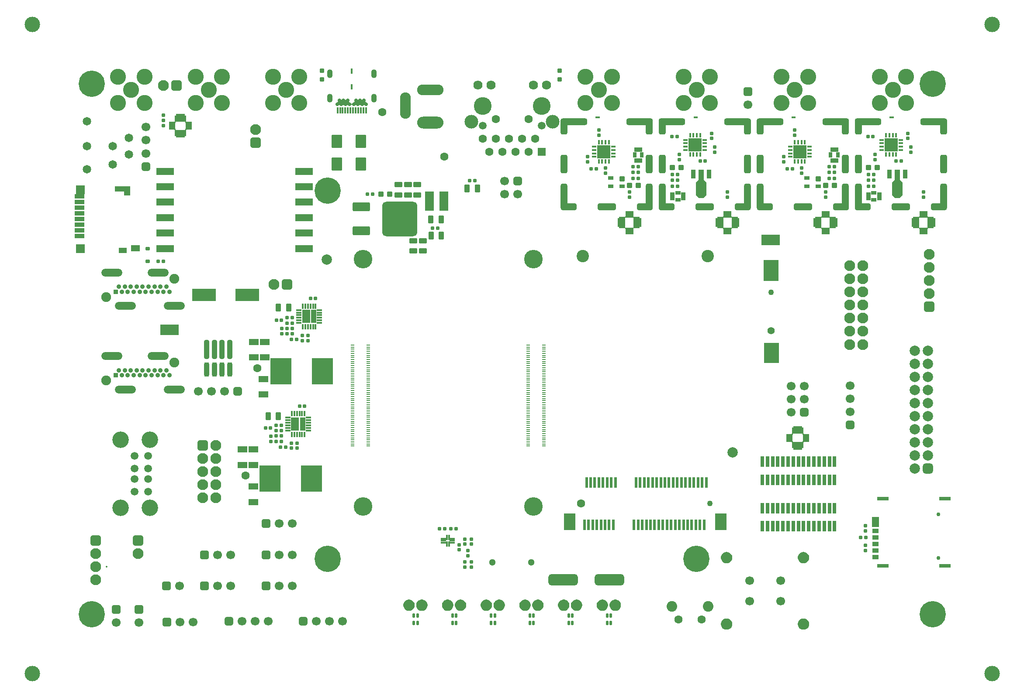
<source format=gts>
G04*
G04 #@! TF.GenerationSoftware,Altium Limited,Altium Designer,19.1.6 (110)*
G04*
G04 Layer_Color=8388736*
%FSLAX44Y44*%
%MOMM*%
G71*
G01*
G75*
%ADD38R,0.6000X2.0000*%
%ADD39R,2.3000X3.2000*%
%ADD43C,1.6000*%
%ADD102C,3.0000*%
%ADD103R,2.9000X4.1000*%
%ADD104R,2.9000X3.9000*%
%ADD105R,0.7000X0.2000*%
%ADD106R,1.7019X1.2013*%
%ADD107R,1.2000X1.7000*%
%ADD108R,1.6006X1.0004*%
%ADD109R,1.7011X1.0006*%
%ADD110R,1.7018X1.7018*%
%ADD111R,1.7009X1.7009*%
%ADD112R,1.9526X0.9011*%
%ADD113R,1.9518X0.9007*%
%ADD114R,1.9504X0.9002*%
%ADD115R,1.9525X0.9010*%
%ADD116R,1.9522X0.9009*%
%ADD117R,1.9516X0.9006*%
%ADD118R,1.9530X0.9012*%
%ADD119R,1.9504X0.9002*%
%ADD120R,2.2000X0.8000*%
%ADD121R,1.3400X1.0000*%
%ADD122R,1.2400X0.9000*%
G04:AMPARAMS|DCode=123|XSize=0.8mm|YSize=0.5mm|CornerRadius=0.1mm|HoleSize=0mm|Usage=FLASHONLY|Rotation=90.000|XOffset=0mm|YOffset=0mm|HoleType=Round|Shape=RoundedRectangle|*
%AMROUNDEDRECTD123*
21,1,0.8000,0.3000,0,0,90.0*
21,1,0.6000,0.5000,0,0,90.0*
1,1,0.2000,0.1500,0.3000*
1,1,0.2000,0.1500,-0.3000*
1,1,0.2000,-0.1500,-0.3000*
1,1,0.2000,-0.1500,0.3000*
%
%ADD123ROUNDEDRECTD123*%
%ADD124C,1.7000*%
G04:AMPARAMS|DCode=125|XSize=0.95mm|YSize=3.65mm|CornerRadius=0.2625mm|HoleSize=0mm|Usage=FLASHONLY|Rotation=0.000|XOffset=0mm|YOffset=0mm|HoleType=Round|Shape=RoundedRectangle|*
%AMROUNDEDRECTD125*
21,1,0.9500,3.1250,0,0,0.0*
21,1,0.4250,3.6500,0,0,0.0*
1,1,0.5250,0.2125,-1.5625*
1,1,0.5250,-0.2125,-1.5625*
1,1,0.5250,-0.2125,1.5625*
1,1,0.5250,0.2125,1.5625*
%
%ADD125ROUNDEDRECTD125*%
G04:AMPARAMS|DCode=126|XSize=0.95mm|YSize=2.75mm|CornerRadius=0.2625mm|HoleSize=0mm|Usage=FLASHONLY|Rotation=0.000|XOffset=0mm|YOffset=0mm|HoleType=Round|Shape=RoundedRectangle|*
%AMROUNDEDRECTD126*
21,1,0.9500,2.2250,0,0,0.0*
21,1,0.4250,2.7500,0,0,0.0*
1,1,0.5250,0.2125,-1.1125*
1,1,0.5250,-0.2125,-1.1125*
1,1,0.5250,-0.2125,1.1125*
1,1,0.5250,0.2125,1.1125*
%
%ADD126ROUNDEDRECTD126*%
%ADD127R,0.7000X2.1000*%
%ADD128R,1.7000X3.8000*%
%ADD129R,1.6000X0.8500*%
%ADD130R,0.7000X1.0000*%
%ADD131R,0.4200X1.1100*%
%ADD132R,0.4200X1.0100*%
%ADD133R,1.0100X0.4200*%
%ADD134R,0.3000X1.1000*%
%ADD135R,0.4000X1.3000*%
G04:AMPARAMS|DCode=136|XSize=1.1mm|YSize=1mm|CornerRadius=0.1625mm|HoleSize=0mm|Usage=FLASHONLY|Rotation=270.000|XOffset=0mm|YOffset=0mm|HoleType=Round|Shape=RoundedRectangle|*
%AMROUNDEDRECTD136*
21,1,1.1000,0.6750,0,0,270.0*
21,1,0.7750,1.0000,0,0,270.0*
1,1,0.3250,-0.3375,-0.3875*
1,1,0.3250,-0.3375,0.3875*
1,1,0.3250,0.3375,0.3875*
1,1,0.3250,0.3375,-0.3875*
%
%ADD136ROUNDEDRECTD136*%
G04:AMPARAMS|DCode=137|XSize=5.7mm|YSize=2.2mm|CornerRadius=0.575mm|HoleSize=0mm|Usage=FLASHONLY|Rotation=0.000|XOffset=0mm|YOffset=0mm|HoleType=Round|Shape=RoundedRectangle|*
%AMROUNDEDRECTD137*
21,1,5.7000,1.0500,0,0,0.0*
21,1,4.5500,2.2000,0,0,0.0*
1,1,1.1500,2.2750,-0.5250*
1,1,1.1500,-2.2750,-0.5250*
1,1,1.1500,-2.2750,0.5250*
1,1,1.1500,2.2750,0.5250*
%
%ADD137ROUNDEDRECTD137*%
G04:AMPARAMS|DCode=138|XSize=1.9mm|YSize=1.25mm|CornerRadius=0.1938mm|HoleSize=0mm|Usage=FLASHONLY|Rotation=180.000|XOffset=0mm|YOffset=0mm|HoleType=Round|Shape=RoundedRectangle|*
%AMROUNDEDRECTD138*
21,1,1.9000,0.8625,0,0,180.0*
21,1,1.5125,1.2500,0,0,180.0*
1,1,0.3875,-0.7563,0.4313*
1,1,0.3875,0.7563,0.4313*
1,1,0.3875,0.7563,-0.4313*
1,1,0.3875,-0.7563,-0.4313*
%
%ADD138ROUNDEDRECTD138*%
G04:AMPARAMS|DCode=139|XSize=3.4mm|YSize=1.7mm|CornerRadius=0.25mm|HoleSize=0mm|Usage=FLASHONLY|Rotation=180.000|XOffset=0mm|YOffset=0mm|HoleType=Round|Shape=RoundedRectangle|*
%AMROUNDEDRECTD139*
21,1,3.4000,1.2000,0,0,180.0*
21,1,2.9000,1.7000,0,0,180.0*
1,1,0.5000,-1.4500,0.6000*
1,1,0.5000,1.4500,0.6000*
1,1,0.5000,1.4500,-0.6000*
1,1,0.5000,-1.4500,-0.6000*
%
%ADD139ROUNDEDRECTD139*%
G04:AMPARAMS|DCode=140|XSize=6.8mm|YSize=6.8mm|CornerRadius=0.8875mm|HoleSize=0mm|Usage=FLASHONLY|Rotation=180.000|XOffset=0mm|YOffset=0mm|HoleType=Round|Shape=RoundedRectangle|*
%AMROUNDEDRECTD140*
21,1,6.8000,5.0250,0,0,180.0*
21,1,5.0250,6.8000,0,0,180.0*
1,1,1.7750,-2.5125,2.5125*
1,1,1.7750,2.5125,2.5125*
1,1,1.7750,2.5125,-2.5125*
1,1,1.7750,-2.5125,-2.5125*
%
%ADD140ROUNDEDRECTD140*%
%ADD141R,0.4100X0.4000*%
%ADD142R,1.0000X2.6500*%
%ADD143R,1.5000X2.6500*%
G04:AMPARAMS|DCode=144|XSize=0.35mm|YSize=1.1mm|CornerRadius=0.1125mm|HoleSize=0mm|Usage=FLASHONLY|Rotation=90.000|XOffset=0mm|YOffset=0mm|HoleType=Round|Shape=RoundedRectangle|*
%AMROUNDEDRECTD144*
21,1,0.3500,0.8750,0,0,90.0*
21,1,0.1250,1.1000,0,0,90.0*
1,1,0.2250,0.4375,0.0625*
1,1,0.2250,0.4375,-0.0625*
1,1,0.2250,-0.4375,-0.0625*
1,1,0.2250,-0.4375,0.0625*
%
%ADD144ROUNDEDRECTD144*%
G04:AMPARAMS|DCode=145|XSize=0.35mm|YSize=1.1mm|CornerRadius=0.1125mm|HoleSize=0mm|Usage=FLASHONLY|Rotation=180.000|XOffset=0mm|YOffset=0mm|HoleType=Round|Shape=RoundedRectangle|*
%AMROUNDEDRECTD145*
21,1,0.3500,0.8750,0,0,180.0*
21,1,0.1250,1.1000,0,0,180.0*
1,1,0.2250,-0.0625,0.4375*
1,1,0.2250,0.0625,0.4375*
1,1,0.2250,0.0625,-0.4375*
1,1,0.2250,-0.0625,-0.4375*
%
%ADD145ROUNDEDRECTD145*%
%ADD146R,0.4300X0.9500*%
%ADD147R,0.9500X0.4300*%
%ADD148R,2.5000X2.5000*%
G04:AMPARAMS|DCode=149|XSize=2.1mm|YSize=3.5mm|CornerRadius=0mm|HoleSize=0mm|Usage=FLASHONLY|Rotation=0.000|XOffset=0mm|YOffset=0mm|HoleType=Round|Shape=Octagon|*
%AMOCTAGOND149*
4,1,8,-0.5250,1.7500,0.5250,1.7500,1.0500,1.2250,1.0500,-1.2250,0.5250,-1.7500,-0.5250,-1.7500,-1.0500,-1.2250,-1.0500,1.2250,-0.5250,1.7500,0.0*
%
%ADD149OCTAGOND149*%

%ADD150R,0.8112X1.7000*%
%ADD151R,1.0144X2.1000*%
G04:AMPARAMS|DCode=152|XSize=1.05mm|YSize=0.75mm|CornerRadius=0.2125mm|HoleSize=0mm|Usage=FLASHONLY|Rotation=180.000|XOffset=0mm|YOffset=0mm|HoleType=Round|Shape=RoundedRectangle|*
%AMROUNDEDRECTD152*
21,1,1.0500,0.3250,0,0,180.0*
21,1,0.6250,0.7500,0,0,180.0*
1,1,0.4250,-0.3125,0.1625*
1,1,0.4250,0.3125,0.1625*
1,1,0.4250,0.3125,-0.1625*
1,1,0.4250,-0.3125,-0.1625*
%
%ADD152ROUNDEDRECTD152*%
G04:AMPARAMS|DCode=153|XSize=1.05mm|YSize=1.1mm|CornerRadius=0.2875mm|HoleSize=0mm|Usage=FLASHONLY|Rotation=180.000|XOffset=0mm|YOffset=0mm|HoleType=Round|Shape=RoundedRectangle|*
%AMROUNDEDRECTD153*
21,1,1.0500,0.5250,0,0,180.0*
21,1,0.4750,1.1000,0,0,180.0*
1,1,0.5750,-0.2375,0.2625*
1,1,0.5750,0.2375,0.2625*
1,1,0.5750,0.2375,-0.2625*
1,1,0.5750,-0.2375,-0.2625*
%
%ADD153ROUNDEDRECTD153*%
%ADD154R,1.1000X1.6500*%
%ADD155R,1.7000X1.3000*%
%ADD156R,1.3000X1.3000*%
%ADD157R,2.2500X1.3000*%
%ADD158R,4.1000X5.1000*%
G04:AMPARAMS|DCode=159|XSize=0.9mm|YSize=0.9mm|CornerRadius=0.15mm|HoleSize=0mm|Usage=FLASHONLY|Rotation=90.000|XOffset=0mm|YOffset=0mm|HoleType=Round|Shape=RoundedRectangle|*
%AMROUNDEDRECTD159*
21,1,0.9000,0.6000,0,0,90.0*
21,1,0.6000,0.9000,0,0,90.0*
1,1,0.3000,0.3000,0.3000*
1,1,0.3000,0.3000,-0.3000*
1,1,0.3000,-0.3000,-0.3000*
1,1,0.3000,-0.3000,0.3000*
%
%ADD159ROUNDEDRECTD159*%
%ADD160R,3.4000X1.3700*%
%ADD161R,4.6000X2.4500*%
G04:AMPARAMS|DCode=162|XSize=3.1mm|YSize=1.3mm|CornerRadius=0.35mm|HoleSize=0mm|Usage=FLASHONLY|Rotation=90.000|XOffset=0mm|YOffset=0mm|HoleType=Round|Shape=RoundedRectangle|*
%AMROUNDEDRECTD162*
21,1,3.1000,0.6000,0,0,90.0*
21,1,2.4000,1.3000,0,0,90.0*
1,1,0.7000,0.3000,1.2000*
1,1,0.7000,0.3000,-1.2000*
1,1,0.7000,-0.3000,-1.2000*
1,1,0.7000,-0.3000,1.2000*
%
%ADD162ROUNDEDRECTD162*%
G04:AMPARAMS|DCode=163|XSize=3.6mm|YSize=1.3mm|CornerRadius=0.35mm|HoleSize=0mm|Usage=FLASHONLY|Rotation=90.000|XOffset=0mm|YOffset=0mm|HoleType=Round|Shape=RoundedRectangle|*
%AMROUNDEDRECTD163*
21,1,3.6000,0.6000,0,0,90.0*
21,1,2.9000,1.3000,0,0,90.0*
1,1,0.7000,0.3000,1.4500*
1,1,0.7000,0.3000,-1.4500*
1,1,0.7000,-0.3000,-1.4500*
1,1,0.7000,-0.3000,1.4500*
%
%ADD163ROUNDEDRECTD163*%
G04:AMPARAMS|DCode=164|XSize=3.6mm|YSize=1.3mm|CornerRadius=0.35mm|HoleSize=0mm|Usage=FLASHONLY|Rotation=0.000|XOffset=0mm|YOffset=0mm|HoleType=Round|Shape=RoundedRectangle|*
%AMROUNDEDRECTD164*
21,1,3.6000,0.6000,0,0,0.0*
21,1,2.9000,1.3000,0,0,0.0*
1,1,0.7000,1.4500,-0.3000*
1,1,0.7000,-1.4500,-0.3000*
1,1,0.7000,-1.4500,0.3000*
1,1,0.7000,1.4500,0.3000*
%
%ADD164ROUNDEDRECTD164*%
G04:AMPARAMS|DCode=165|XSize=3.1mm|YSize=1.3mm|CornerRadius=0.35mm|HoleSize=0mm|Usage=FLASHONLY|Rotation=0.000|XOffset=0mm|YOffset=0mm|HoleType=Round|Shape=RoundedRectangle|*
%AMROUNDEDRECTD165*
21,1,3.1000,0.6000,0,0,0.0*
21,1,2.4000,1.3000,0,0,0.0*
1,1,0.7000,1.2000,-0.3000*
1,1,0.7000,-1.2000,-0.3000*
1,1,0.7000,-1.2000,0.3000*
1,1,0.7000,1.2000,0.3000*
%
%ADD165ROUNDEDRECTD165*%
G04:AMPARAMS|DCode=166|XSize=5.1mm|YSize=1.3mm|CornerRadius=0.35mm|HoleSize=0mm|Usage=FLASHONLY|Rotation=270.000|XOffset=0mm|YOffset=0mm|HoleType=Round|Shape=RoundedRectangle|*
%AMROUNDEDRECTD166*
21,1,5.1000,0.6000,0,0,270.0*
21,1,4.4000,1.3000,0,0,270.0*
1,1,0.7000,-0.3000,-2.2000*
1,1,0.7000,-0.3000,2.2000*
1,1,0.7000,0.3000,2.2000*
1,1,0.7000,0.3000,-2.2000*
%
%ADD166ROUNDEDRECTD166*%
G04:AMPARAMS|DCode=167|XSize=5.1mm|YSize=1.3mm|CornerRadius=0.35mm|HoleSize=0mm|Usage=FLASHONLY|Rotation=0.000|XOffset=0mm|YOffset=0mm|HoleType=Round|Shape=RoundedRectangle|*
%AMROUNDEDRECTD167*
21,1,5.1000,0.6000,0,0,0.0*
21,1,4.4000,1.3000,0,0,0.0*
1,1,0.7000,2.2000,-0.3000*
1,1,0.7000,-2.2000,-0.3000*
1,1,0.7000,-2.2000,0.3000*
1,1,0.7000,2.2000,0.3000*
%
%ADD167ROUNDEDRECTD167*%
G04:AMPARAMS|DCode=168|XSize=1.5mm|YSize=1.1mm|CornerRadius=0.175mm|HoleSize=0mm|Usage=FLASHONLY|Rotation=0.000|XOffset=0mm|YOffset=0mm|HoleType=Round|Shape=RoundedRectangle|*
%AMROUNDEDRECTD168*
21,1,1.5000,0.7500,0,0,0.0*
21,1,1.1500,1.1000,0,0,0.0*
1,1,0.3500,0.5750,-0.3750*
1,1,0.3500,-0.5750,-0.3750*
1,1,0.3500,-0.5750,0.3750*
1,1,0.3500,0.5750,0.3750*
%
%ADD168ROUNDEDRECTD168*%
G04:AMPARAMS|DCode=169|XSize=0.7mm|YSize=0.7mm|CornerRadius=0.11mm|HoleSize=0mm|Usage=FLASHONLY|Rotation=180.000|XOffset=0mm|YOffset=0mm|HoleType=Round|Shape=RoundedRectangle|*
%AMROUNDEDRECTD169*
21,1,0.7000,0.4800,0,0,180.0*
21,1,0.4800,0.7000,0,0,180.0*
1,1,0.2200,-0.2400,0.2400*
1,1,0.2200,0.2400,0.2400*
1,1,0.2200,0.2400,-0.2400*
1,1,0.2200,-0.2400,-0.2400*
%
%ADD169ROUNDEDRECTD169*%
G04:AMPARAMS|DCode=170|XSize=2.6mm|YSize=2.1mm|CornerRadius=0.3mm|HoleSize=0mm|Usage=FLASHONLY|Rotation=90.000|XOffset=0mm|YOffset=0mm|HoleType=Round|Shape=RoundedRectangle|*
%AMROUNDEDRECTD170*
21,1,2.6000,1.5000,0,0,90.0*
21,1,2.0000,2.1000,0,0,90.0*
1,1,0.6000,0.7500,1.0000*
1,1,0.6000,0.7500,-1.0000*
1,1,0.6000,-0.7500,-1.0000*
1,1,0.6000,-0.7500,1.0000*
%
%ADD170ROUNDEDRECTD170*%
G04:AMPARAMS|DCode=171|XSize=0.6mm|YSize=0.7mm|CornerRadius=0.1mm|HoleSize=0mm|Usage=FLASHONLY|Rotation=90.000|XOffset=0mm|YOffset=0mm|HoleType=Round|Shape=RoundedRectangle|*
%AMROUNDEDRECTD171*
21,1,0.6000,0.5000,0,0,90.0*
21,1,0.4000,0.7000,0,0,90.0*
1,1,0.2000,0.2500,0.2000*
1,1,0.2000,0.2500,-0.2000*
1,1,0.2000,-0.2500,-0.2000*
1,1,0.2000,-0.2500,0.2000*
%
%ADD171ROUNDEDRECTD171*%
G04:AMPARAMS|DCode=172|XSize=0.6mm|YSize=0.7mm|CornerRadius=0.1mm|HoleSize=0mm|Usage=FLASHONLY|Rotation=0.000|XOffset=0mm|YOffset=0mm|HoleType=Round|Shape=RoundedRectangle|*
%AMROUNDEDRECTD172*
21,1,0.6000,0.5000,0,0,0.0*
21,1,0.4000,0.7000,0,0,0.0*
1,1,0.2000,0.2000,-0.2500*
1,1,0.2000,-0.2000,-0.2500*
1,1,0.2000,-0.2000,0.2500*
1,1,0.2000,0.2000,0.2500*
%
%ADD172ROUNDEDRECTD172*%
G04:AMPARAMS|DCode=173|XSize=1.5mm|YSize=1.1mm|CornerRadius=0.175mm|HoleSize=0mm|Usage=FLASHONLY|Rotation=90.000|XOffset=0mm|YOffset=0mm|HoleType=Round|Shape=RoundedRectangle|*
%AMROUNDEDRECTD173*
21,1,1.5000,0.7500,0,0,90.0*
21,1,1.1500,1.1000,0,0,90.0*
1,1,0.3500,0.3750,0.5750*
1,1,0.3500,0.3750,-0.5750*
1,1,0.3500,-0.3750,-0.5750*
1,1,0.3500,-0.3750,0.5750*
%
%ADD173ROUNDEDRECTD173*%
%ADD174C,2.0000*%
%ADD175R,3.6000X2.0000*%
G04:AMPARAMS|DCode=176|XSize=0.7mm|YSize=0.7mm|CornerRadius=0.11mm|HoleSize=0mm|Usage=FLASHONLY|Rotation=90.000|XOffset=0mm|YOffset=0mm|HoleType=Round|Shape=RoundedRectangle|*
%AMROUNDEDRECTD176*
21,1,0.7000,0.4800,0,0,90.0*
21,1,0.4800,0.7000,0,0,90.0*
1,1,0.2200,0.2400,0.2400*
1,1,0.2200,0.2400,-0.2400*
1,1,0.2200,-0.2400,-0.2400*
1,1,0.2200,-0.2400,0.2400*
%
%ADD176ROUNDEDRECTD176*%
G04:AMPARAMS|DCode=177|XSize=0.7mm|YSize=0.8mm|CornerRadius=0.125mm|HoleSize=0mm|Usage=FLASHONLY|Rotation=270.000|XOffset=0mm|YOffset=0mm|HoleType=Round|Shape=RoundedRectangle|*
%AMROUNDEDRECTD177*
21,1,0.7000,0.5500,0,0,270.0*
21,1,0.4500,0.8000,0,0,270.0*
1,1,0.2500,-0.2750,-0.2250*
1,1,0.2500,-0.2750,0.2250*
1,1,0.2500,0.2750,0.2250*
1,1,0.2500,0.2750,-0.2250*
%
%ADD177ROUNDEDRECTD177*%
%ADD178R,1.6500X1.1000*%
%ADD179R,1.3000X1.7000*%
%ADD180R,1.3000X1.3000*%
%ADD181R,1.3000X2.2500*%
%ADD182R,1.0000X0.7000*%
%ADD183R,0.8500X1.6000*%
%ADD184R,2.5000X2.5000*%
%ADD185C,1.1000*%
%ADD186C,1.4000*%
%ADD187C,1.7800*%
%ADD188C,1.6080*%
%ADD189C,1.5080*%
%ADD190R,1.6080X1.6080*%
%ADD191C,2.6500*%
%ADD192C,3.4500*%
%ADD193C,1.6500*%
%ADD194O,2.1000X5.1000*%
%ADD195O,5.1000X2.3000*%
%ADD196O,5.1000X2.1000*%
%ADD197C,2.4000*%
%ADD198C,0.7500*%
%ADD199C,1.3000*%
%ADD200C,5.1000*%
%ADD201O,1.1000X1.7000*%
%ADD202C,0.7300*%
%ADD203C,2.0500*%
%ADD204C,1.5000*%
%ADD205C,3.2000*%
%ADD206C,2.1000*%
G04:AMPARAMS|DCode=207|XSize=2.1mm|YSize=2.1mm|CornerRadius=0.55mm|HoleSize=0mm|Usage=FLASHONLY|Rotation=270.000|XOffset=0mm|YOffset=0mm|HoleType=Round|Shape=RoundedRectangle|*
%AMROUNDEDRECTD207*
21,1,2.1000,1.0000,0,0,270.0*
21,1,1.0000,2.1000,0,0,270.0*
1,1,1.1000,-0.5000,-0.5000*
1,1,1.1000,-0.5000,0.5000*
1,1,1.1000,0.5000,0.5000*
1,1,1.1000,0.5000,-0.5000*
%
%ADD207ROUNDEDRECTD207*%
G04:AMPARAMS|DCode=208|XSize=1.7mm|YSize=1.7mm|CornerRadius=0.45mm|HoleSize=0mm|Usage=FLASHONLY|Rotation=90.000|XOffset=0mm|YOffset=0mm|HoleType=Round|Shape=RoundedRectangle|*
%AMROUNDEDRECTD208*
21,1,1.7000,0.8000,0,0,90.0*
21,1,0.8000,1.7000,0,0,90.0*
1,1,0.9000,0.4000,0.4000*
1,1,0.9000,0.4000,-0.4000*
1,1,0.9000,-0.4000,-0.4000*
1,1,0.9000,-0.4000,0.4000*
%
%ADD208ROUNDEDRECTD208*%
%ADD209O,4.1000X1.5000*%
%ADD210C,0.9000*%
%ADD211R,0.9000X0.9000*%
%ADD212C,1.9000*%
G04:AMPARAMS|DCode=213|XSize=1.624mm|YSize=1.624mm|CornerRadius=0.2405mm|HoleSize=0mm|Usage=FLASHONLY|Rotation=90.000|XOffset=0mm|YOffset=0mm|HoleType=Round|Shape=RoundedRectangle|*
%AMROUNDEDRECTD213*
21,1,1.6240,1.1430,0,0,90.0*
21,1,1.1430,1.6240,0,0,90.0*
1,1,0.4810,0.5715,0.5715*
1,1,0.4810,0.5715,-0.5715*
1,1,0.4810,-0.5715,-0.5715*
1,1,0.4810,-0.5715,0.5715*
%
%ADD213ROUNDEDRECTD213*%
%ADD214C,3.1000*%
%ADD215C,0.3500*%
G04:AMPARAMS|DCode=216|XSize=2mm|YSize=2mm|CornerRadius=0.525mm|HoleSize=0mm|Usage=FLASHONLY|Rotation=90.000|XOffset=0mm|YOffset=0mm|HoleType=Round|Shape=RoundedRectangle|*
%AMROUNDEDRECTD216*
21,1,2.0000,0.9500,0,0,90.0*
21,1,0.9500,2.0000,0,0,90.0*
1,1,1.0500,0.4750,0.4750*
1,1,1.0500,0.4750,-0.4750*
1,1,1.0500,-0.4750,-0.4750*
1,1,1.0500,-0.4750,0.4750*
%
%ADD216ROUNDEDRECTD216*%
G04:AMPARAMS|DCode=217|XSize=1.7mm|YSize=1.7mm|CornerRadius=0.45mm|HoleSize=0mm|Usage=FLASHONLY|Rotation=180.000|XOffset=0mm|YOffset=0mm|HoleType=Round|Shape=RoundedRectangle|*
%AMROUNDEDRECTD217*
21,1,1.7000,0.8000,0,0,180.0*
21,1,0.8000,1.7000,0,0,180.0*
1,1,0.9000,-0.4000,0.4000*
1,1,0.9000,0.4000,0.4000*
1,1,0.9000,0.4000,-0.4000*
1,1,0.9000,-0.4000,-0.4000*
%
%ADD217ROUNDEDRECTD217*%
%ADD218C,1.0000*%
G04:AMPARAMS|DCode=219|XSize=1.624mm|YSize=1.624mm|CornerRadius=0.2405mm|HoleSize=0mm|Usage=FLASHONLY|Rotation=0.000|XOffset=0mm|YOffset=0mm|HoleType=Round|Shape=RoundedRectangle|*
%AMROUNDEDRECTD219*
21,1,1.6240,1.1430,0,0,0.0*
21,1,1.1430,1.6240,0,0,0.0*
1,1,0.4810,0.5715,-0.5715*
1,1,0.4810,-0.5715,-0.5715*
1,1,0.4810,-0.5715,0.5715*
1,1,0.4810,0.5715,0.5715*
%
%ADD219ROUNDEDRECTD219*%
G04:AMPARAMS|DCode=220|XSize=2.1mm|YSize=2.1mm|CornerRadius=0.55mm|HoleSize=0mm|Usage=FLASHONLY|Rotation=180.000|XOffset=0mm|YOffset=0mm|HoleType=Round|Shape=RoundedRectangle|*
%AMROUNDEDRECTD220*
21,1,2.1000,1.0000,0,0,180.0*
21,1,1.0000,2.1000,0,0,180.0*
1,1,1.1000,-0.5000,0.5000*
1,1,1.1000,0.5000,0.5000*
1,1,1.1000,0.5000,-0.5000*
1,1,1.1000,-0.5000,-0.5000*
%
%ADD220ROUNDEDRECTD220*%
%ADD221C,3.6000*%
G36*
X568000Y1028250D02*
Y1026200D01*
X565550Y1023750D01*
X544950D01*
X543250Y1025450D01*
Y1024250D01*
X535250D01*
Y1025450D01*
X533550Y1023750D01*
X512950D01*
X510500Y1026200D01*
Y1028250D01*
X516000Y1033750D01*
X530500D01*
X536000Y1028250D01*
Y1026250D01*
X542500D01*
Y1028250D01*
X548000Y1033750D01*
X562500D01*
X568000Y1028250D01*
D02*
G37*
G36*
X219250Y989000D02*
X216750D01*
Y991500D01*
X219250D01*
Y989000D01*
D02*
G37*
G36*
X197750D02*
X195250D01*
Y991500D01*
X197750D01*
Y989000D01*
D02*
G37*
G36*
X219250Y975000D02*
X216750D01*
Y977500D01*
X219250D01*
Y975000D01*
D02*
G37*
G36*
X197750D02*
X195250D01*
Y977500D01*
X197750D01*
Y975000D01*
D02*
G37*
G36*
X110180Y848500D02*
X97930D01*
Y855750D01*
X97430D01*
Y865750D01*
X110180D01*
X110180Y848500D01*
D02*
G37*
G36*
X728314Y63602D02*
X730315Y62773D01*
X732117Y61569D01*
X733649Y60037D01*
X734853Y58236D01*
X735682Y56234D01*
X736105Y54108D01*
X736105Y53025D01*
X736105Y51942D01*
X735682Y49816D01*
X734853Y47814D01*
X733649Y46013D01*
X732117Y44481D01*
X730315Y43277D01*
X728314Y42448D01*
X726188Y42025D01*
X725105Y42025D01*
Y53025D01*
X725105Y42025D01*
X725105D01*
X724022Y42025D01*
X721896Y42448D01*
X719894Y43277D01*
X718093Y44481D01*
X716561Y46013D01*
X715357Y47814D01*
X714528Y49816D01*
X714105Y51942D01*
Y53025D01*
X714105Y54108D01*
X714528Y56234D01*
X715357Y58236D01*
X716561Y60037D01*
X718093Y61569D01*
X719894Y62773D01*
X721896Y63602D01*
X724022Y64025D01*
X725105Y64025D01*
X726188Y64025D01*
X728314Y63602D01*
D02*
G37*
G36*
X953314D02*
X955315Y62773D01*
X957117Y61569D01*
X958649Y60037D01*
X959853Y58236D01*
X960682Y56234D01*
X961105Y54108D01*
X961105Y53025D01*
X961105Y51942D01*
X960682Y49816D01*
X959853Y47814D01*
X958649Y46013D01*
X957117Y44481D01*
X955315Y43277D01*
X953314Y42448D01*
X951188Y42025D01*
X950105Y42025D01*
Y53025D01*
X950105Y42025D01*
X950105D01*
X949022Y42025D01*
X946896Y42448D01*
X944894Y43277D01*
X943093Y44481D01*
X941561Y46013D01*
X940357Y47814D01*
X939528Y49816D01*
X939105Y51942D01*
Y53025D01*
X939105Y54108D01*
X939528Y56234D01*
X940357Y58236D01*
X941561Y60037D01*
X943093Y61569D01*
X944894Y62773D01*
X946896Y63602D01*
X949022Y64025D01*
X950105Y64025D01*
X951188Y64025D01*
X953314Y63602D01*
D02*
G37*
G36*
X878314D02*
X880315Y62773D01*
X882117Y61569D01*
X883649Y60037D01*
X884853Y58236D01*
X885682Y56234D01*
X886105Y54108D01*
X886105Y53025D01*
X886105Y51942D01*
X885682Y49816D01*
X884853Y47814D01*
X883649Y46013D01*
X882117Y44481D01*
X880315Y43277D01*
X878314Y42448D01*
X876188Y42025D01*
X875105Y42025D01*
Y53025D01*
X875105Y42025D01*
X875105D01*
X874022Y42025D01*
X871896Y42448D01*
X869894Y43277D01*
X868093Y44481D01*
X866561Y46013D01*
X865357Y47814D01*
X864528Y49816D01*
X864105Y51942D01*
Y53025D01*
X864105Y54108D01*
X864528Y56234D01*
X865357Y58236D01*
X866561Y60037D01*
X868093Y61569D01*
X869894Y62773D01*
X871896Y63602D01*
X874022Y64025D01*
X875105Y64025D01*
X876188Y64025D01*
X878314Y63602D01*
D02*
G37*
G36*
X803314D02*
X805315Y62773D01*
X807117Y61569D01*
X808649Y60037D01*
X809853Y58236D01*
X810682Y56234D01*
X811105Y54108D01*
X811105Y53025D01*
X811105Y51942D01*
X810682Y49816D01*
X809853Y47814D01*
X808649Y46013D01*
X807117Y44481D01*
X805315Y43277D01*
X803314Y42448D01*
X801188Y42025D01*
X800105Y42025D01*
Y53025D01*
X800105Y42025D01*
X800105D01*
X799022Y42025D01*
X796896Y42448D01*
X794894Y43277D01*
X793093Y44481D01*
X791561Y46013D01*
X790357Y47814D01*
X789528Y49816D01*
X789105Y51942D01*
Y53025D01*
X789105Y54108D01*
X789528Y56234D01*
X790357Y58236D01*
X791561Y60037D01*
X793093Y61569D01*
X794894Y62773D01*
X796896Y63602D01*
X799022Y64025D01*
X800105Y64025D01*
X801188Y64025D01*
X803314Y63602D01*
D02*
G37*
G36*
X653314D02*
X655315Y62773D01*
X657117Y61569D01*
X658649Y60037D01*
X659853Y58236D01*
X660682Y56234D01*
X661105Y54108D01*
X661105Y53025D01*
X661105Y51942D01*
X660682Y49816D01*
X659853Y47814D01*
X658649Y46013D01*
X657117Y44481D01*
X655315Y43277D01*
X653314Y42448D01*
X651188Y42025D01*
X650105Y42025D01*
Y53025D01*
X650105Y42025D01*
X650105D01*
X649022Y42025D01*
X646896Y42448D01*
X644894Y43277D01*
X643093Y44481D01*
X641561Y46013D01*
X640357Y47814D01*
X639528Y49816D01*
X639105Y51942D01*
Y53025D01*
X639105Y54108D01*
X639528Y56234D01*
X640357Y58236D01*
X641561Y60037D01*
X643093Y61569D01*
X644894Y62773D01*
X646896Y63602D01*
X649022Y64025D01*
X650105Y64025D01*
X651188Y64025D01*
X653314Y63602D01*
D02*
G37*
G36*
X978314Y63602D02*
X980315Y62773D01*
X982117Y61569D01*
X983649Y60037D01*
X984853Y58236D01*
X985682Y56234D01*
X986105Y54108D01*
Y53025D01*
Y51942D01*
X985682Y49816D01*
X984853Y47814D01*
X983649Y46013D01*
X982117Y44481D01*
X980315Y43277D01*
X978314Y42448D01*
X976188Y42025D01*
X975105D01*
Y53025D01*
X975105Y42025D01*
X975105Y42025D01*
X974022D01*
X971896Y42448D01*
X969894Y43277D01*
X968093Y44481D01*
X966561Y46013D01*
X965357Y47814D01*
X964528Y49816D01*
X964105Y51942D01*
Y53025D01*
Y54108D01*
X964528Y56234D01*
X965357Y58236D01*
X966561Y60037D01*
X968093Y61569D01*
X969894Y62773D01*
X971896Y63602D01*
X974022Y64025D01*
X976188D01*
X978314Y63602D01*
D02*
G37*
G36*
X903314D02*
X905315Y62773D01*
X907117Y61569D01*
X908649Y60037D01*
X909853Y58236D01*
X910682Y56234D01*
X911105Y54108D01*
Y53025D01*
Y51942D01*
X910682Y49816D01*
X909853Y47814D01*
X908649Y46013D01*
X907117Y44481D01*
X905315Y43277D01*
X903314Y42448D01*
X901188Y42025D01*
X900105D01*
Y53025D01*
X900105Y42025D01*
X900105Y42025D01*
X899022D01*
X896896Y42448D01*
X894894Y43277D01*
X893093Y44481D01*
X891561Y46013D01*
X890357Y47814D01*
X889528Y49816D01*
X889105Y51942D01*
Y53025D01*
Y54108D01*
X889528Y56234D01*
X890357Y58236D01*
X891561Y60037D01*
X893093Y61569D01*
X894894Y62773D01*
X896896Y63602D01*
X899022Y64025D01*
X901188D01*
X903314Y63602D01*
D02*
G37*
G36*
X828314D02*
X830315Y62773D01*
X832117Y61569D01*
X833649Y60037D01*
X834853Y58236D01*
X835682Y56234D01*
X836105Y54108D01*
Y53025D01*
Y51942D01*
X835682Y49816D01*
X834853Y47814D01*
X833649Y46013D01*
X832117Y44481D01*
X830315Y43277D01*
X828314Y42448D01*
X826188Y42025D01*
X825105D01*
Y53025D01*
X825105Y42025D01*
X825105Y42025D01*
X824022D01*
X821896Y42448D01*
X819894Y43277D01*
X818093Y44481D01*
X816561Y46013D01*
X815357Y47814D01*
X814528Y49816D01*
X814105Y51942D01*
Y53025D01*
Y54108D01*
X814528Y56234D01*
X815357Y58236D01*
X816561Y60037D01*
X818093Y61569D01*
X819894Y62773D01*
X821896Y63602D01*
X824022Y64025D01*
X826188D01*
X828314Y63602D01*
D02*
G37*
G36*
X753314D02*
X755315Y62773D01*
X757117Y61569D01*
X758649Y60037D01*
X759853Y58236D01*
X760682Y56234D01*
X761105Y54108D01*
Y53025D01*
Y51942D01*
X760682Y49816D01*
X759853Y47814D01*
X758649Y46013D01*
X757117Y44481D01*
X755315Y43277D01*
X753314Y42448D01*
X751188Y42025D01*
X750105D01*
Y53025D01*
X750105Y42025D01*
X750105Y42025D01*
X749022D01*
X746896Y42448D01*
X744894Y43277D01*
X743093Y44481D01*
X741561Y46013D01*
X740357Y47814D01*
X739528Y49816D01*
X739105Y51942D01*
Y53025D01*
Y54108D01*
X739528Y56234D01*
X740357Y58236D01*
X741561Y60037D01*
X743093Y61569D01*
X744894Y62773D01*
X746896Y63602D01*
X749022Y64025D01*
X751188D01*
X753314Y63602D01*
D02*
G37*
G36*
X678314D02*
X680315Y62773D01*
X682117Y61569D01*
X683649Y60037D01*
X684853Y58236D01*
X685682Y56234D01*
X686105Y54108D01*
Y53025D01*
Y51942D01*
X685682Y49816D01*
X684853Y47814D01*
X683649Y46013D01*
X682117Y44481D01*
X680315Y43277D01*
X678314Y42448D01*
X676188Y42025D01*
X675105D01*
Y53025D01*
X675105Y42025D01*
X675105Y42025D01*
X674022D01*
X671896Y42448D01*
X669894Y43277D01*
X668093Y44481D01*
X666561Y46013D01*
X665357Y47814D01*
X664528Y49816D01*
X664105Y51942D01*
Y53025D01*
Y54108D01*
X664528Y56234D01*
X665357Y58236D01*
X666561Y60037D01*
X668093Y61569D01*
X669894Y62773D01*
X671896Y63602D01*
X674022Y64025D01*
X676188D01*
X678314Y63602D01*
D02*
G37*
G36*
X1268958Y155828D02*
X1270960Y154998D01*
X1272762Y153794D01*
X1274294Y152262D01*
X1275498Y150461D01*
X1276327Y148459D01*
X1276750Y146334D01*
Y145250D01*
Y144167D01*
X1276327Y142042D01*
X1275498Y140040D01*
X1274294Y138238D01*
X1272762Y136706D01*
X1270960Y135502D01*
X1268958Y134673D01*
X1266833Y134250D01*
X1264666D01*
X1262541Y134673D01*
X1260539Y135502D01*
X1258738Y136706D01*
X1257206Y138238D01*
X1256002Y140040D01*
X1255172Y142042D01*
X1254750Y144167D01*
Y145250D01*
Y146334D01*
X1255172Y148459D01*
X1256002Y150461D01*
X1257206Y152262D01*
X1258738Y153794D01*
X1260539Y154998D01*
X1262541Y155828D01*
X1264666Y156250D01*
X1265750D01*
Y145250D01*
X1265750Y156250D01*
X1265750Y156250D01*
X1266833D01*
X1268958Y155828D01*
D02*
G37*
G36*
X1417958Y155828D02*
X1419960Y154998D01*
X1421762Y153794D01*
X1423294Y152262D01*
X1424498Y150461D01*
X1425327Y148459D01*
X1425750Y146334D01*
Y145250D01*
Y144167D01*
X1425327Y142042D01*
X1424498Y140040D01*
X1423294Y138238D01*
X1421762Y136706D01*
X1419960Y135502D01*
X1417958Y134673D01*
X1415833Y134250D01*
X1413666D01*
X1411541Y134673D01*
X1409539Y135502D01*
X1407738Y136706D01*
X1406205Y138238D01*
X1405002Y140040D01*
X1404173Y142042D01*
X1403750Y144167D01*
Y145250D01*
Y146334D01*
X1404173Y148459D01*
X1405002Y150461D01*
X1406205Y152262D01*
X1407738Y153794D01*
X1409539Y154998D01*
X1411541Y155828D01*
X1413666Y156250D01*
X1415833D01*
X1417958Y155828D01*
D02*
G37*
G36*
X1028314Y63577D02*
X1030315Y62748D01*
X1032117Y61544D01*
X1033649Y60012D01*
X1034853Y58211D01*
X1035682Y56209D01*
X1036105Y54083D01*
X1036105Y53000D01*
X1036105Y51917D01*
X1035682Y49791D01*
X1034853Y47790D01*
X1033649Y45988D01*
X1032117Y44456D01*
X1030315Y43252D01*
X1028314Y42423D01*
X1026188Y42000D01*
X1025105Y42000D01*
Y53000D01*
X1025105Y42000D01*
X1025105D01*
X1024022Y42000D01*
X1021896Y42423D01*
X1019894Y43252D01*
X1018093Y44456D01*
X1016561Y45988D01*
X1015357Y47790D01*
X1014528Y49791D01*
X1014105Y51917D01*
Y53000D01*
X1014105Y54083D01*
X1014528Y56209D01*
X1015357Y58211D01*
X1016561Y60012D01*
X1018093Y61544D01*
X1019894Y62748D01*
X1021896Y63577D01*
X1024022Y64000D01*
X1025105Y64000D01*
X1026188Y64000D01*
X1028314Y63577D01*
D02*
G37*
G36*
X1053314Y63577D02*
X1055315Y62748D01*
X1057117Y61544D01*
X1058649Y60012D01*
X1059853Y58211D01*
X1060682Y56209D01*
X1061105Y54083D01*
Y53000D01*
Y51917D01*
X1060682Y49791D01*
X1059853Y47790D01*
X1058649Y45988D01*
X1057117Y44456D01*
X1055315Y43252D01*
X1053314Y42423D01*
X1051188Y42000D01*
X1050105D01*
Y53000D01*
X1050105Y42000D01*
X1050105Y42000D01*
X1049022D01*
X1046896Y42423D01*
X1044894Y43252D01*
X1043093Y44456D01*
X1041561Y45988D01*
X1040357Y47790D01*
X1039528Y49791D01*
X1039105Y51917D01*
Y53000D01*
Y54083D01*
X1039528Y56209D01*
X1040357Y58211D01*
X1041561Y60012D01*
X1043093Y61544D01*
X1044894Y62748D01*
X1046896Y63577D01*
X1049022Y64000D01*
X1051188D01*
X1053314Y63577D01*
D02*
G37*
G36*
X1417958Y26827D02*
X1419960Y25998D01*
X1421762Y24794D01*
X1423294Y23262D01*
X1424498Y21461D01*
X1425327Y19459D01*
X1425750Y17334D01*
Y16250D01*
Y15167D01*
X1425327Y13042D01*
X1424498Y11040D01*
X1423294Y9238D01*
X1421762Y7706D01*
X1419960Y6502D01*
X1417958Y5673D01*
X1415833Y5250D01*
X1413666D01*
X1411541Y5673D01*
X1409539Y6502D01*
X1407738Y7706D01*
X1406205Y9238D01*
X1405002Y11040D01*
X1404173Y13042D01*
X1403750Y15167D01*
Y16250D01*
Y17334D01*
X1404173Y19459D01*
X1405002Y21461D01*
X1406205Y23262D01*
X1407738Y24794D01*
X1409539Y25998D01*
X1411541Y26827D01*
X1413666Y27250D01*
X1415833D01*
X1417958Y26827D01*
D02*
G37*
G36*
X1268958D02*
X1270960Y25998D01*
X1272762Y24794D01*
X1274294Y23262D01*
X1275498Y21461D01*
X1276327Y19459D01*
X1276750Y17334D01*
Y16250D01*
Y15167D01*
X1276327Y13042D01*
X1275498Y11040D01*
X1274294Y9238D01*
X1272762Y7706D01*
X1270960Y6502D01*
X1268958Y5673D01*
X1266833Y5250D01*
X1264666D01*
X1262541Y5673D01*
X1260539Y6502D01*
X1258738Y7706D01*
X1257206Y9238D01*
X1256002Y11040D01*
X1255173Y13042D01*
X1254750Y15167D01*
Y16250D01*
Y17334D01*
X1255173Y19459D01*
X1256002Y21461D01*
X1257206Y23262D01*
X1258738Y24794D01*
X1260539Y25998D01*
X1262541Y26827D01*
X1264666Y27250D01*
X1266833D01*
X1268958Y26827D01*
D02*
G37*
G36*
X1275650Y783250D02*
X1273150D01*
Y785750D01*
X1275650D01*
Y783250D01*
D02*
G37*
G36*
X1085650D02*
X1083150D01*
Y785750D01*
X1085650D01*
Y783250D01*
D02*
G37*
G36*
X1261650Y783250D02*
X1259150D01*
Y785750D01*
X1261650D01*
Y783250D01*
D02*
G37*
G36*
X1071650D02*
X1069150D01*
Y785750D01*
X1071650D01*
Y783250D01*
D02*
G37*
G36*
X1394000Y383250D02*
X1391500D01*
Y385750D01*
X1394000D01*
Y383250D01*
D02*
G37*
G36*
Y369250D02*
X1391500D01*
Y371750D01*
X1394000D01*
Y369250D01*
D02*
G37*
G36*
X1415500D02*
Y371750D01*
X1413000D01*
Y369250D01*
X1415500D01*
D02*
G37*
G36*
Y385750D02*
Y383250D01*
X1413000D01*
Y385750D01*
X1415500D01*
D02*
G37*
G36*
X1451650Y785750D02*
X1449150D01*
Y783250D01*
X1451650D01*
Y785750D01*
D02*
G37*
G36*
X1465650Y785750D02*
X1463150D01*
Y783250D01*
X1465650D01*
Y785750D01*
D02*
G37*
G36*
X1641650Y785750D02*
X1639150D01*
Y783250D01*
X1641650D01*
Y785750D01*
D02*
G37*
G36*
X1655650Y785750D02*
X1653150D01*
Y783250D01*
X1655650D01*
Y785750D01*
D02*
G37*
G36*
X1069150Y807250D02*
X1071650D01*
Y804750D01*
X1069150D01*
Y807250D01*
D02*
G37*
G36*
X1085650D02*
X1083150D01*
Y804750D01*
X1085650D01*
Y807250D01*
D02*
G37*
G36*
X1019750Y997750D02*
Y1001750D01*
X1011750D01*
Y997750D01*
X1019750D01*
D02*
G37*
G36*
X1259150Y807250D02*
X1261650D01*
Y804750D01*
X1259150D01*
Y807250D01*
D02*
G37*
G36*
X1275650D02*
X1273150D01*
Y804750D01*
X1275650D01*
Y807250D01*
D02*
G37*
G36*
X1209750Y997750D02*
Y1001750D01*
X1201750D01*
Y997750D01*
X1209750Y997750D01*
D02*
G37*
G36*
X1449150Y807250D02*
X1451650D01*
Y804750D01*
X1449150D01*
Y807250D01*
D02*
G37*
G36*
X1465650D02*
X1463150D01*
Y804750D01*
X1465650D01*
Y807250D01*
D02*
G37*
G36*
X1399750Y997750D02*
Y1001750D01*
X1391750D01*
Y997750D01*
X1399750D01*
D02*
G37*
G36*
X1639150Y807250D02*
X1641650D01*
Y804750D01*
X1639150D01*
Y807250D01*
D02*
G37*
G36*
X1655650D02*
X1653150D01*
Y804750D01*
X1655650D01*
Y807250D01*
D02*
G37*
G36*
X1589750Y997750D02*
Y1001750D01*
X1581750D01*
Y997750D01*
X1589750D01*
D02*
G37*
%LPC*%
G36*
X1403750Y145250D02*
X1403750Y145250D01*
X1414750D01*
X1403750Y145250D01*
D02*
G37*
%LPD*%
D38*
X1226250Y291000D02*
D03*
X1218250D02*
D03*
X1210250D02*
D03*
X1202250D02*
D03*
X1194250D02*
D03*
X1186250D02*
D03*
X1178250D02*
D03*
X1170250D02*
D03*
X1162250D02*
D03*
X1154250D02*
D03*
X1146250D02*
D03*
X1138250D02*
D03*
X1130250D02*
D03*
X1122250D02*
D03*
X1114250D02*
D03*
X1106250D02*
D03*
X1098250D02*
D03*
X1090250D02*
D03*
X1222250Y209000D02*
D03*
X1214250D02*
D03*
X1206250D02*
D03*
X1198250D02*
D03*
X1190250D02*
D03*
X1182250D02*
D03*
X1174250D02*
D03*
X1166250D02*
D03*
X1158250D02*
D03*
X1150250D02*
D03*
X1142250D02*
D03*
X1134250D02*
D03*
X1126250D02*
D03*
X1118250D02*
D03*
X1110250D02*
D03*
X1102250D02*
D03*
X1094250D02*
D03*
X1086250D02*
D03*
X1050250Y291000D02*
D03*
X1042250D02*
D03*
X1034250D02*
D03*
X1026250D02*
D03*
X1018250D02*
D03*
X1010250D02*
D03*
X1002250D02*
D03*
X994250D02*
D03*
X1046250Y209000D02*
D03*
X1038250D02*
D03*
X1030250D02*
D03*
X1022250D02*
D03*
X1014250D02*
D03*
X1006250D02*
D03*
X998250D02*
D03*
X990250D02*
D03*
D39*
X1254750Y215000D02*
D03*
X961750D02*
D03*
D43*
X356250Y513000D02*
D03*
X333750Y304250D02*
D03*
X598250Y1009750D02*
D03*
X718260Y923500D02*
D03*
X983250Y250000D02*
D03*
X1172500Y25300D02*
D03*
X1217500D02*
D03*
D102*
X-80150Y-80000D02*
D03*
X-80150Y1180000D02*
D03*
X1780150Y1180000D02*
D03*
X1780150Y-80000D02*
D03*
D103*
X1352250Y702500D02*
D03*
D104*
X1352500Y542750D02*
D03*
D105*
X911650Y361750D02*
D03*
X911650Y365750D02*
D03*
X911650Y369750D02*
D03*
X911650Y373750D02*
D03*
X911650Y377750D02*
D03*
Y381750D02*
D03*
Y385750D02*
D03*
X911650Y389750D02*
D03*
X911650Y393750D02*
D03*
X911650Y397750D02*
D03*
X911650Y401750D02*
D03*
X911650Y405750D02*
D03*
X911650Y409750D02*
D03*
X911650Y413750D02*
D03*
Y417750D02*
D03*
X911650Y421750D02*
D03*
X911650Y425750D02*
D03*
X911650Y429750D02*
D03*
X911650Y433750D02*
D03*
X911650Y437750D02*
D03*
X911650Y441750D02*
D03*
X911650Y445750D02*
D03*
X911650Y449750D02*
D03*
X911650Y453750D02*
D03*
X911650Y457750D02*
D03*
X911650Y461750D02*
D03*
X911650Y465750D02*
D03*
X911650Y469750D02*
D03*
Y473750D02*
D03*
Y477750D02*
D03*
Y481750D02*
D03*
X911650Y485750D02*
D03*
X911650Y489750D02*
D03*
X911650Y493750D02*
D03*
X911650Y497750D02*
D03*
X911650Y501750D02*
D03*
X911650Y505750D02*
D03*
X911650Y509750D02*
D03*
X911650Y513750D02*
D03*
X911650Y517750D02*
D03*
X911650Y521750D02*
D03*
X911650Y525750D02*
D03*
Y529750D02*
D03*
Y533750D02*
D03*
X911650Y537750D02*
D03*
X911650Y541750D02*
D03*
X911650Y545750D02*
D03*
X911650Y549750D02*
D03*
X911650Y553750D02*
D03*
X911650Y557750D02*
D03*
X880850Y361750D02*
D03*
X880850Y365750D02*
D03*
X880850Y369750D02*
D03*
X880850Y373750D02*
D03*
X880850Y377750D02*
D03*
X880850Y381750D02*
D03*
X880850Y385750D02*
D03*
Y389750D02*
D03*
Y393750D02*
D03*
X880850Y397750D02*
D03*
Y401750D02*
D03*
Y405750D02*
D03*
Y409750D02*
D03*
X880850Y413750D02*
D03*
Y417750D02*
D03*
X880850Y421750D02*
D03*
Y425750D02*
D03*
Y429750D02*
D03*
Y433750D02*
D03*
X880850Y437750D02*
D03*
Y441750D02*
D03*
Y445750D02*
D03*
X880850Y449750D02*
D03*
X880850Y453750D02*
D03*
X880850Y457750D02*
D03*
X880850Y461750D02*
D03*
X880850Y465750D02*
D03*
X880850Y469750D02*
D03*
X880850Y473750D02*
D03*
X880850Y477750D02*
D03*
X880850Y481750D02*
D03*
X880850Y485750D02*
D03*
Y489750D02*
D03*
Y493750D02*
D03*
X880850Y497750D02*
D03*
Y501750D02*
D03*
X880850Y505750D02*
D03*
X880850Y509750D02*
D03*
Y513750D02*
D03*
X880850Y517750D02*
D03*
X880850Y521750D02*
D03*
Y525750D02*
D03*
Y529750D02*
D03*
X880850Y533750D02*
D03*
Y537750D02*
D03*
X880850Y541750D02*
D03*
X880850Y545750D02*
D03*
X880850Y549750D02*
D03*
X880850Y553750D02*
D03*
X880850Y557750D02*
D03*
X540850Y557750D02*
D03*
X540850Y553750D02*
D03*
X540850Y549750D02*
D03*
Y545750D02*
D03*
X540850Y541750D02*
D03*
X540850Y537750D02*
D03*
X540850Y533750D02*
D03*
Y529750D02*
D03*
Y525750D02*
D03*
X540850Y521750D02*
D03*
X540850Y517750D02*
D03*
X540850Y513750D02*
D03*
Y509750D02*
D03*
X540850Y505750D02*
D03*
X540850Y501750D02*
D03*
X540850Y497750D02*
D03*
X540850Y493750D02*
D03*
X540850Y489750D02*
D03*
X540850Y485750D02*
D03*
X540850Y481750D02*
D03*
Y477750D02*
D03*
Y473750D02*
D03*
X540850Y469750D02*
D03*
X540850Y465750D02*
D03*
X540850Y461750D02*
D03*
X540850Y457750D02*
D03*
Y453750D02*
D03*
X540850Y449750D02*
D03*
X540850Y445750D02*
D03*
X540850Y441750D02*
D03*
X540850Y437750D02*
D03*
X540850Y433750D02*
D03*
X540850Y429750D02*
D03*
X540850Y425750D02*
D03*
Y421750D02*
D03*
Y417750D02*
D03*
X540850Y413750D02*
D03*
X540850Y409750D02*
D03*
X540850Y405750D02*
D03*
Y401750D02*
D03*
Y397750D02*
D03*
X540850Y393750D02*
D03*
Y389750D02*
D03*
X540850Y385750D02*
D03*
Y381750D02*
D03*
X540850Y377750D02*
D03*
X540850Y373750D02*
D03*
X540850Y369750D02*
D03*
X540850Y365750D02*
D03*
Y361750D02*
D03*
X571650Y557750D02*
D03*
X571650Y553750D02*
D03*
X571650Y549750D02*
D03*
X571650Y545750D02*
D03*
X571650Y541750D02*
D03*
X571650Y537750D02*
D03*
X571650Y533750D02*
D03*
Y529750D02*
D03*
Y525750D02*
D03*
X571650Y521750D02*
D03*
X571650Y517750D02*
D03*
X571650Y513750D02*
D03*
X571650Y509750D02*
D03*
X571650Y505750D02*
D03*
X571650Y501750D02*
D03*
X571650Y497750D02*
D03*
X571650Y493750D02*
D03*
X571650Y489750D02*
D03*
X571650Y485750D02*
D03*
X571650Y481750D02*
D03*
Y477750D02*
D03*
Y473750D02*
D03*
Y469750D02*
D03*
X571650Y465750D02*
D03*
X571650Y461750D02*
D03*
X571650Y457750D02*
D03*
X571650Y453750D02*
D03*
X571650Y449750D02*
D03*
X571650Y445750D02*
D03*
X571650Y441750D02*
D03*
X571650Y437750D02*
D03*
X571650Y433750D02*
D03*
X571650Y429750D02*
D03*
X571650Y425750D02*
D03*
X571650Y421750D02*
D03*
X571650Y417750D02*
D03*
Y413750D02*
D03*
X571650Y409750D02*
D03*
X571650Y405750D02*
D03*
X571650Y401750D02*
D03*
X571650Y397750D02*
D03*
X571650Y393750D02*
D03*
Y389750D02*
D03*
X571650Y385750D02*
D03*
Y381750D02*
D03*
Y377750D02*
D03*
X571650Y373750D02*
D03*
X571650Y369750D02*
D03*
X571650Y365750D02*
D03*
X571650Y361750D02*
D03*
D106*
X120055Y745250D02*
D03*
D107*
X104055Y857200D02*
D03*
D108*
X95555Y741250D02*
D03*
D109*
X89055Y860750D02*
D03*
D110*
X13055Y744500D02*
D03*
D111*
Y859000D02*
D03*
D112*
X11805Y846000D02*
D03*
D113*
Y835000D02*
D03*
D114*
Y824000D02*
D03*
D115*
Y813000D02*
D03*
D116*
Y802000D02*
D03*
D117*
Y791000D02*
D03*
D118*
X11805Y780000D02*
D03*
D119*
X11805Y769000D02*
D03*
D120*
X1688850Y259500D02*
D03*
Y129500D02*
D03*
X1568850Y259500D02*
D03*
Y129500D02*
D03*
D121*
X1554050Y219200D02*
D03*
Y209700D02*
D03*
D122*
X1554050Y197000D02*
D03*
X1554050Y184300D02*
D03*
Y171600D02*
D03*
Y158900D02*
D03*
Y146200D02*
D03*
D123*
X666601Y18525D02*
D03*
Y32525D02*
D03*
X659601Y32525D02*
D03*
Y18525D02*
D03*
X884601D02*
D03*
Y32525D02*
D03*
X891601Y32525D02*
D03*
Y18525D02*
D03*
X809601Y18525D02*
D03*
Y32525D02*
D03*
X816601Y32525D02*
D03*
Y18525D02*
D03*
X734601Y18525D02*
D03*
Y32525D02*
D03*
X741601Y32525D02*
D03*
Y18525D02*
D03*
X1034601Y18500D02*
D03*
Y32500D02*
D03*
X1041601Y32500D02*
D03*
Y18500D02*
D03*
X959601Y18500D02*
D03*
Y32500D02*
D03*
X966601Y32500D02*
D03*
Y18500D02*
D03*
D124*
X1310750Y100750D02*
D03*
X1370750D02*
D03*
Y60750D02*
D03*
X1310750D02*
D03*
X1390785Y453035D02*
D03*
X1416214Y453035D02*
D03*
X1390785Y427607D02*
D03*
X1416214Y478464D02*
D03*
X1390786Y478464D02*
D03*
X304990Y90250D02*
D03*
X279590D02*
D03*
X241857Y468000D02*
D03*
X267286D02*
D03*
X292714D02*
D03*
X860714Y850786D02*
D03*
X835286Y876214D02*
D03*
Y850786D02*
D03*
X82500Y19300D02*
D03*
X1307500Y1024050D02*
D03*
X398590Y211250D02*
D03*
X423990D02*
D03*
X398590Y90250D02*
D03*
X423990D02*
D03*
X398590Y150750D02*
D03*
X423990D02*
D03*
X126750Y19300D02*
D03*
X206340Y20380D02*
D03*
X231740D02*
D03*
X205200Y90000D02*
D03*
X1505500Y428286D02*
D03*
Y453714D02*
D03*
Y479143D02*
D03*
X140000Y929786D02*
D03*
Y955214D02*
D03*
Y980643D02*
D03*
X304990Y150750D02*
D03*
X279590D02*
D03*
X521733Y21630D02*
D03*
X496304D02*
D03*
X470876D02*
D03*
X377233Y21630D02*
D03*
X351804D02*
D03*
X326376D02*
D03*
D125*
X303000Y549250D02*
D03*
X288000D02*
D03*
X273000D02*
D03*
X258000Y549250D02*
D03*
D126*
X303000Y510250D02*
D03*
X288000D02*
D03*
X273000D02*
D03*
X258000Y510250D02*
D03*
D127*
X1475000Y331250D02*
D03*
X1465000D02*
D03*
X1455000Y331250D02*
D03*
X1445000D02*
D03*
X1435000D02*
D03*
X1425000D02*
D03*
X1415000D02*
D03*
X1405000D02*
D03*
X1395000D02*
D03*
X1385000D02*
D03*
X1375000D02*
D03*
X1365000Y331250D02*
D03*
X1355000D02*
D03*
X1345000Y331250D02*
D03*
X1335000Y331250D02*
D03*
Y296250D02*
D03*
X1345000D02*
D03*
X1355000D02*
D03*
X1365000D02*
D03*
X1375000D02*
D03*
X1385000D02*
D03*
X1395000Y296250D02*
D03*
X1405000Y296250D02*
D03*
X1415000D02*
D03*
X1425000D02*
D03*
X1435000Y296250D02*
D03*
X1445000Y296250D02*
D03*
X1455000D02*
D03*
X1465000D02*
D03*
X1475000D02*
D03*
Y206250D02*
D03*
X1465000D02*
D03*
X1455000Y206250D02*
D03*
X1445000D02*
D03*
X1435000D02*
D03*
X1425000D02*
D03*
X1415000D02*
D03*
X1405000D02*
D03*
X1395000D02*
D03*
X1385000D02*
D03*
X1375000D02*
D03*
X1365000Y206250D02*
D03*
X1355000D02*
D03*
X1345000Y206250D02*
D03*
X1335000Y206250D02*
D03*
Y241250D02*
D03*
X1345000Y241250D02*
D03*
X1355000Y241250D02*
D03*
X1365000D02*
D03*
X1375000D02*
D03*
X1385000Y241250D02*
D03*
X1395000D02*
D03*
X1405000Y241250D02*
D03*
X1415000D02*
D03*
X1425000D02*
D03*
X1435000Y241250D02*
D03*
X1445000D02*
D03*
X1455000Y241250D02*
D03*
X1465000D02*
D03*
X1475000D02*
D03*
D128*
X690000Y837000D02*
D03*
X718000D02*
D03*
D129*
X1094400Y937125D02*
D03*
Y916125D02*
D03*
X1474400D02*
D03*
Y937125D02*
D03*
D130*
X1087400Y926625D02*
D03*
X1101400D02*
D03*
X1481400D02*
D03*
X1467400D02*
D03*
D131*
X727750Y184000D02*
D03*
D132*
X723750Y184500D02*
D03*
Y171500D02*
D03*
X727750Y171500D02*
D03*
D133*
X717250Y182000D02*
D03*
X717250Y178000D02*
D03*
X717250Y174000D02*
D03*
X734250D02*
D03*
X734250Y178000D02*
D03*
X734250Y182000D02*
D03*
D134*
X539250Y1058750D02*
D03*
Y1089750D02*
D03*
D135*
X566750Y1012950D02*
D03*
X561750D02*
D03*
X556750D02*
D03*
X551750D02*
D03*
X546750D02*
D03*
X541750D02*
D03*
X536750D02*
D03*
X531750D02*
D03*
X526750D02*
D03*
X521750D02*
D03*
X516750D02*
D03*
X511750D02*
D03*
D136*
X1077400Y867500D02*
D03*
X1094400Y867500D02*
D03*
X595750Y850250D02*
D03*
X612750D02*
D03*
X1540750Y902500D02*
D03*
X1557750D02*
D03*
X1474400Y867500D02*
D03*
X1457400D02*
D03*
X1160750Y902500D02*
D03*
X1177750D02*
D03*
D137*
X1038750Y102250D02*
D03*
X948750D02*
D03*
D138*
X368000Y491750D02*
D03*
Y461750D02*
D03*
X349750Y564000D02*
D03*
X349750Y534000D02*
D03*
X370500Y564000D02*
D03*
Y534000D02*
D03*
X348500Y253000D02*
D03*
X348500Y283000D02*
D03*
X327313Y355188D02*
D03*
Y325187D02*
D03*
X348500Y355250D02*
D03*
Y325250D02*
D03*
D139*
X557492Y825750D02*
D03*
Y779750D02*
D03*
D140*
X632007Y802750D02*
D03*
D141*
X1588000Y999750D02*
D03*
X1583500D02*
D03*
X1393500D02*
D03*
X1398000D02*
D03*
X1013500D02*
D03*
X1018000D02*
D03*
X1203500Y999750D02*
D03*
X1208000Y999750D02*
D03*
D142*
X465250Y613250D02*
D03*
X444000Y404500D02*
D03*
D143*
X450750Y613250D02*
D03*
X429500Y404500D02*
D03*
D144*
X436750Y600750D02*
D03*
Y605750D02*
D03*
Y610750D02*
D03*
Y615750D02*
D03*
Y620750D02*
D03*
Y625750D02*
D03*
X476750D02*
D03*
Y620750D02*
D03*
Y615750D02*
D03*
Y610750D02*
D03*
Y605750D02*
D03*
Y600750D02*
D03*
X415500Y392000D02*
D03*
Y397000D02*
D03*
Y402000D02*
D03*
Y407000D02*
D03*
Y412000D02*
D03*
Y417000D02*
D03*
X455500D02*
D03*
Y412000D02*
D03*
Y407000D02*
D03*
Y402000D02*
D03*
Y397000D02*
D03*
Y392000D02*
D03*
D145*
X444250Y633250D02*
D03*
X449250D02*
D03*
X454250D02*
D03*
X459250D02*
D03*
X464250D02*
D03*
X469250D02*
D03*
Y593250D02*
D03*
X464250D02*
D03*
X459250D02*
D03*
X454250D02*
D03*
X449250D02*
D03*
X444250D02*
D03*
X423000Y424500D02*
D03*
X428000D02*
D03*
X433000D02*
D03*
X438000D02*
D03*
X443000D02*
D03*
X448000D02*
D03*
Y384500D02*
D03*
X443000D02*
D03*
X438000D02*
D03*
X433000D02*
D03*
X428000D02*
D03*
X423000D02*
D03*
D146*
X1398000Y914150D02*
D03*
X1404500D02*
D03*
X1411000D02*
D03*
X1417500D02*
D03*
X1417500Y951650D02*
D03*
X1411000D02*
D03*
X1404500D02*
D03*
X1398000D02*
D03*
X1594500Y927500D02*
D03*
X1588000D02*
D03*
X1581500D02*
D03*
X1575000D02*
D03*
Y965000D02*
D03*
X1581500D02*
D03*
X1588000D02*
D03*
X1594500D02*
D03*
X1018000Y951650D02*
D03*
X1024500D02*
D03*
X1031000Y951650D02*
D03*
X1037500D02*
D03*
X1037501Y914150D02*
D03*
X1031000D02*
D03*
X1024500D02*
D03*
X1018000D02*
D03*
X1214500Y927500D02*
D03*
X1208000D02*
D03*
X1201500D02*
D03*
X1195000D02*
D03*
Y965000D02*
D03*
X1201500D02*
D03*
X1208000D02*
D03*
X1214500D02*
D03*
D147*
X1426500Y923150D02*
D03*
Y929650D02*
D03*
Y936150D02*
D03*
Y942650D02*
D03*
X1389000D02*
D03*
Y936150D02*
D03*
Y929650D02*
D03*
Y923150D02*
D03*
X1566000Y936500D02*
D03*
Y943000D02*
D03*
Y949500D02*
D03*
Y956000D02*
D03*
X1603500Y956000D02*
D03*
Y949500D02*
D03*
Y943000D02*
D03*
Y936500D02*
D03*
X1009000Y923150D02*
D03*
Y929650D02*
D03*
Y936150D02*
D03*
X1009000Y942650D02*
D03*
X1046500Y942650D02*
D03*
Y936150D02*
D03*
Y929650D02*
D03*
X1046500Y923150D02*
D03*
X1186000Y936500D02*
D03*
Y943000D02*
D03*
Y949500D02*
D03*
Y956000D02*
D03*
X1223500Y956000D02*
D03*
Y949500D02*
D03*
Y943000D02*
D03*
Y936500D02*
D03*
D148*
X1407750Y932900D02*
D03*
X1027750D02*
D03*
D149*
X1216500Y860500D02*
D03*
X1596500D02*
D03*
D150*
X1201500Y889500D02*
D03*
X1231500D02*
D03*
X1611500D02*
D03*
X1581500D02*
D03*
D151*
X1216500Y887500D02*
D03*
X1596500D02*
D03*
D152*
X1063400Y866000D02*
D03*
X1041400Y882000D02*
D03*
Y866000D02*
D03*
X1443400D02*
D03*
X1421400Y882000D02*
D03*
Y866000D02*
D03*
D153*
X1063400Y880250D02*
D03*
X1443400D02*
D03*
D154*
X190250Y983250D02*
D03*
X224250D02*
D03*
X1386500Y377500D02*
D03*
X1420500D02*
D03*
D155*
X207250Y966250D02*
D03*
Y1000250D02*
D03*
X1403500Y360500D02*
D03*
Y394500D02*
D03*
D156*
X223250Y983250D02*
D03*
X191250D02*
D03*
X1419500Y377500D02*
D03*
X1387500D02*
D03*
D157*
X207250Y997250D02*
D03*
Y969250D02*
D03*
X1403500Y391500D02*
D03*
Y363500D02*
D03*
D158*
X402000Y507000D02*
D03*
X482500D02*
D03*
X461136Y298250D02*
D03*
X380636D02*
D03*
D159*
X481500Y1090250D02*
D03*
Y1073250D02*
D03*
X942000Y1090500D02*
D03*
Y1073500D02*
D03*
D160*
X447100Y895000D02*
D03*
Y865000D02*
D03*
Y835000D02*
D03*
Y805000D02*
D03*
Y775000D02*
D03*
Y745000D02*
D03*
X177900D02*
D03*
Y775000D02*
D03*
Y805000D02*
D03*
Y835000D02*
D03*
Y865000D02*
D03*
Y895000D02*
D03*
D161*
X336750Y655250D02*
D03*
X252750D02*
D03*
D162*
X1306000Y982252D02*
D03*
X1141000D02*
D03*
X1520997D02*
D03*
X1685997D02*
D03*
X1330999D02*
D03*
X1495999D02*
D03*
X951002D02*
D03*
X1116002D02*
D03*
D163*
X1306002Y908750D02*
D03*
X1140999Y908753D02*
D03*
X1520995D02*
D03*
X1685999Y908750D02*
D03*
X1330997Y908753D02*
D03*
X1496000Y908750D02*
D03*
X951000Y908753D02*
D03*
X1116003Y908750D02*
D03*
D164*
X1223499Y826250D02*
D03*
X1603495D02*
D03*
X1413497D02*
D03*
X1033500D02*
D03*
D165*
X1297000Y826252D02*
D03*
X1150000D02*
D03*
X1529997D02*
D03*
X1676997D02*
D03*
X1339999D02*
D03*
X1486998D02*
D03*
X960002D02*
D03*
X1107002D02*
D03*
D166*
X1306000Y845252D02*
D03*
X1141000D02*
D03*
X1520997D02*
D03*
X1685997D02*
D03*
X1330999D02*
D03*
X1495999D02*
D03*
X951002D02*
D03*
X1116002D02*
D03*
D167*
X1287000Y991252D02*
D03*
X1160000D02*
D03*
X1539997D02*
D03*
X1666997D02*
D03*
X1349999D02*
D03*
X1476999D02*
D03*
X970002D02*
D03*
X1097002D02*
D03*
D168*
X658500Y740250D02*
D03*
Y760250D02*
D03*
X666250Y849000D02*
D03*
Y869000D02*
D03*
X677000Y760250D02*
D03*
Y740250D02*
D03*
X630000Y849000D02*
D03*
Y869000D02*
D03*
X648000Y849000D02*
D03*
Y869000D02*
D03*
D169*
X174000Y1003500D02*
D03*
Y993500D02*
D03*
D03*
Y983500D02*
D03*
X758500Y126750D02*
D03*
Y136750D02*
D03*
X770750Y126750D02*
D03*
Y136750D02*
D03*
X758500Y171250D02*
D03*
Y181250D02*
D03*
X764500Y149000D02*
D03*
Y159000D02*
D03*
X770750Y181250D02*
D03*
Y171250D02*
D03*
X443750Y566250D02*
D03*
Y576250D02*
D03*
X422500Y357500D02*
D03*
Y367500D02*
D03*
D170*
X556750Y909000D02*
D03*
X510750D02*
D03*
Y952750D02*
D03*
X556750D02*
D03*
D171*
X1084400Y881375D02*
D03*
X1094400D02*
D03*
X1084400Y903875D02*
D03*
X1094400D02*
D03*
Y892625D02*
D03*
X1084400D02*
D03*
X1464400Y903875D02*
D03*
X1474400D02*
D03*
Y892625D02*
D03*
X1464400Y892625D02*
D03*
X1464400Y881375D02*
D03*
X1474400D02*
D03*
X1550750Y866125D02*
D03*
X1540750D02*
D03*
Y877375D02*
D03*
X1550750D02*
D03*
Y888625D02*
D03*
X1540750D02*
D03*
X706000Y785000D02*
D03*
X696000D02*
D03*
X778000Y877000D02*
D03*
X768000D02*
D03*
X1604400Y914750D02*
D03*
X1594400D02*
D03*
X1539500Y962750D02*
D03*
X1549500D02*
D03*
X1393250Y900150D02*
D03*
X1383250D02*
D03*
X1013250Y900150D02*
D03*
X1003251Y900150D02*
D03*
X1159500Y962750D02*
D03*
X1169500D02*
D03*
X1224400Y914750D02*
D03*
X1214400D02*
D03*
X1170750Y866125D02*
D03*
X1160750D02*
D03*
X1170750Y888625D02*
D03*
X1160750D02*
D03*
Y877375D02*
D03*
X1170750D02*
D03*
X414250Y600250D02*
D03*
X424250D02*
D03*
X424250Y590250D02*
D03*
X414250D02*
D03*
X459250Y648250D02*
D03*
X469250D02*
D03*
X403000Y381500D02*
D03*
X393000D02*
D03*
X403000Y391750D02*
D03*
X393000D02*
D03*
X438000Y439500D02*
D03*
X448000Y439500D02*
D03*
D172*
X1553750Y927500D02*
D03*
Y917500D02*
D03*
X1535250Y207000D02*
D03*
Y197000D02*
D03*
X1535250Y168750D02*
D03*
Y158750D02*
D03*
X747750Y160250D02*
D03*
Y170250D02*
D03*
X1622500Y942000D02*
D03*
Y932000D02*
D03*
X1647400Y854750D02*
D03*
Y844750D02*
D03*
X1617000Y968750D02*
D03*
Y958750D02*
D03*
X1457400Y854750D02*
D03*
Y844750D02*
D03*
X1411000Y901217D02*
D03*
Y891217D02*
D03*
X1376250Y913250D02*
D03*
Y923250D02*
D03*
X1398000Y975000D02*
D03*
Y965000D02*
D03*
X1018000Y975000D02*
D03*
X1018000Y965000D02*
D03*
X996250Y913250D02*
D03*
Y923250D02*
D03*
X1031000Y901217D02*
D03*
Y891217D02*
D03*
X1077400Y854750D02*
D03*
Y844750D02*
D03*
X1173750Y927500D02*
D03*
Y917500D02*
D03*
X1237000Y968750D02*
D03*
Y958750D02*
D03*
X1242500Y942000D02*
D03*
Y932000D02*
D03*
X1267400Y854750D02*
D03*
Y844750D02*
D03*
X403855Y579750D02*
D03*
Y589750D02*
D03*
X454250Y576250D02*
D03*
Y566250D02*
D03*
X433000Y367500D02*
D03*
Y357500D02*
D03*
X382605Y371000D02*
D03*
Y381000D02*
D03*
D173*
X692750Y801500D02*
D03*
X712750D02*
D03*
X693000Y770500D02*
D03*
X713000D02*
D03*
X763000Y862000D02*
D03*
X783000D02*
D03*
X397125Y419905D02*
D03*
X377125D02*
D03*
X417250Y630500D02*
D03*
X397250D02*
D03*
D174*
X491000Y723250D02*
D03*
X1277750Y349250D02*
D03*
X1630800Y546800D02*
D03*
Y521400D02*
D03*
X1630800Y496000D02*
D03*
X1630800Y470600D02*
D03*
Y445200D02*
D03*
Y419800D02*
D03*
Y394400D02*
D03*
X1630800Y369000D02*
D03*
X1630800Y343600D02*
D03*
Y318200D02*
D03*
X1656200Y546800D02*
D03*
Y521400D02*
D03*
X1656200Y496000D02*
D03*
X1656200Y470600D02*
D03*
Y445200D02*
D03*
Y419800D02*
D03*
Y394400D02*
D03*
X1656200Y369000D02*
D03*
X1656200Y343600D02*
D03*
D175*
X1350750Y761750D02*
D03*
X186250Y587750D02*
D03*
D176*
X1535900Y184350D02*
D03*
X1525900Y184350D02*
D03*
X174250Y720000D02*
D03*
X164250D02*
D03*
X731750Y201000D02*
D03*
X741750D02*
D03*
X719500Y201063D02*
D03*
X709500D02*
D03*
X569750Y850250D02*
D03*
X579750D02*
D03*
X424250Y610750D02*
D03*
X414250D02*
D03*
X403250Y605750D02*
D03*
X393250Y605750D02*
D03*
X414250Y579750D02*
D03*
X424250D02*
D03*
X432091Y568341D02*
D03*
X422091D02*
D03*
X400909Y359478D02*
D03*
X410909D02*
D03*
X393000Y371000D02*
D03*
X403000D02*
D03*
X403000Y402000D02*
D03*
X393000Y402000D02*
D03*
X382000Y397000D02*
D03*
X372000D02*
D03*
D177*
X144000Y745000D02*
D03*
Y720000D02*
D03*
D178*
X1077400Y812250D02*
D03*
Y778250D02*
D03*
X1457400Y812250D02*
D03*
Y778250D02*
D03*
X1267400Y812250D02*
D03*
Y778250D02*
D03*
X1647400Y812250D02*
D03*
Y778250D02*
D03*
D179*
X1060400Y795250D02*
D03*
X1094400D02*
D03*
X1440400D02*
D03*
X1474400D02*
D03*
X1250400D02*
D03*
X1284400D02*
D03*
X1630400D02*
D03*
X1664400D02*
D03*
D180*
X1077400Y779250D02*
D03*
Y811250D02*
D03*
X1457400Y779250D02*
D03*
Y811250D02*
D03*
X1267400Y779250D02*
D03*
Y811250D02*
D03*
X1647400Y779250D02*
D03*
Y811250D02*
D03*
D181*
X1091400Y795250D02*
D03*
X1063400D02*
D03*
X1471400D02*
D03*
X1443400D02*
D03*
X1281400D02*
D03*
X1253400D02*
D03*
X1661400D02*
D03*
X1633400D02*
D03*
D182*
X1551250Y839375D02*
D03*
Y853375D02*
D03*
X1171250Y839375D02*
D03*
Y853375D02*
D03*
D183*
X1540750Y846375D02*
D03*
X1561750D02*
D03*
X1160750D02*
D03*
X1181750D02*
D03*
D184*
X1584750Y946250D02*
D03*
X1204750D02*
D03*
D185*
X1352250Y660500D02*
D03*
X1233250Y250000D02*
D03*
D186*
X1352250Y585500D02*
D03*
D187*
X783600Y1062250D02*
D03*
X809000D02*
D03*
X891000D02*
D03*
X916400D02*
D03*
D188*
X818250Y996050D02*
D03*
X881750D02*
D03*
X792850Y958150D02*
D03*
X805550Y932750D02*
D03*
X818250Y958150D02*
D03*
X830950Y932750D02*
D03*
X843650Y958150D02*
D03*
X856350Y932750D02*
D03*
X869050Y958150D02*
D03*
X881750Y932750D02*
D03*
X894450Y958150D02*
D03*
D189*
X792850Y983350D02*
D03*
X907150D02*
D03*
D190*
X907150Y932750D02*
D03*
D191*
X771500Y991150D02*
D03*
X928500D02*
D03*
D192*
X792850Y1021650D02*
D03*
X907150Y1021650D02*
D03*
D193*
X76000Y944000D02*
D03*
X26000D02*
D03*
X107000Y928000D02*
D03*
X26000Y899000D02*
D03*
X107000Y960000D02*
D03*
X76000Y908000D02*
D03*
X26000Y992000D02*
D03*
D194*
X643500Y1022750D02*
D03*
D195*
X691500Y989750D02*
D03*
D196*
Y1052750D02*
D03*
D197*
X987250Y730500D02*
D03*
X1229250D02*
D03*
D198*
X1676350Y229500D02*
D03*
Y144500D02*
D03*
D199*
X811500Y136250D02*
D03*
X887500D02*
D03*
D200*
X1665000Y35000D02*
D03*
X492500Y857500D02*
D03*
Y142500D02*
D03*
X1207500D02*
D03*
X35000Y1065000D02*
D03*
Y35000D02*
D03*
X1665000Y1065000D02*
D03*
D201*
X581950Y1084250D02*
D03*
X496550D02*
D03*
X581950Y1036950D02*
D03*
X496550D02*
D03*
D202*
X515250Y1032450D02*
D03*
X563250D02*
D03*
X523250D02*
D03*
X555250D02*
D03*
X531250D02*
D03*
X547250D02*
D03*
X511250Y1025450D02*
D03*
X567250D02*
D03*
X519250D02*
D03*
X559250D02*
D03*
X527250D02*
D03*
X551250D02*
D03*
X535250D02*
D03*
X543250D02*
D03*
D203*
X1230050Y50200D02*
D03*
X1159950D02*
D03*
D204*
X144900Y343000D02*
D03*
X144900Y318000D02*
D03*
Y298000D02*
D03*
Y273000D02*
D03*
X118700Y343000D02*
D03*
Y318000D02*
D03*
Y298000D02*
D03*
Y273000D02*
D03*
D205*
X91600Y242300D02*
D03*
Y373700D02*
D03*
X148400Y242300D02*
D03*
Y373700D02*
D03*
D206*
X275714Y286821D02*
D03*
X250286D02*
D03*
X275714Y312250D02*
D03*
X250286D02*
D03*
X275714Y337678D02*
D03*
X250286D02*
D03*
X275714Y363107D02*
D03*
X250286Y261393D02*
D03*
X275714Y261393D02*
D03*
X1658750Y733607D02*
D03*
X1658750Y708178D02*
D03*
X1658750Y682750D02*
D03*
X1658750Y657321D02*
D03*
X1504536Y711536D02*
D03*
X1529964D02*
D03*
X1504536Y686107D02*
D03*
X1529964Y686107D02*
D03*
X1504536Y660679D02*
D03*
X1529964D02*
D03*
X1504536Y635250D02*
D03*
X1529964D02*
D03*
X1504536Y609822D02*
D03*
X1529964D02*
D03*
X1504536Y584393D02*
D03*
X1529964Y584393D02*
D03*
X1504536Y558964D02*
D03*
X1529964D02*
D03*
X42870Y102519D02*
D03*
Y127947D02*
D03*
Y153376D02*
D03*
X352500Y975714D02*
D03*
X124910Y153376D02*
D03*
X174036Y1061250D02*
D03*
X388286Y675250D02*
D03*
D207*
X250286Y363107D02*
D03*
X1658750Y631893D02*
D03*
X42870Y178804D02*
D03*
X352500Y950286D02*
D03*
X124910Y178804D02*
D03*
D208*
X1416214Y427607D02*
D03*
X1505500Y402857D02*
D03*
X140000Y904357D02*
D03*
D209*
X74501Y698483D02*
D03*
X164501Y698483D02*
D03*
X195501Y633483D02*
D03*
X100501D02*
D03*
Y471483D02*
D03*
X195501D02*
D03*
X164501Y536483D02*
D03*
X74501D02*
D03*
D210*
X180261Y670983D02*
D03*
X168701D02*
D03*
X157141D02*
D03*
X145581D02*
D03*
X134021D02*
D03*
X122461D02*
D03*
X110901D02*
D03*
X99341D02*
D03*
X186041Y660983D02*
D03*
X174481Y660983D02*
D03*
X162921D02*
D03*
X151361D02*
D03*
X139801D02*
D03*
X128241Y660983D02*
D03*
X116681D02*
D03*
X105121D02*
D03*
X93561D02*
D03*
X87781Y670983D02*
D03*
Y508983D02*
D03*
X93561Y498983D02*
D03*
X105121D02*
D03*
X116681D02*
D03*
X128241D02*
D03*
X139801D02*
D03*
X151361D02*
D03*
X162921D02*
D03*
X174481D02*
D03*
X186041D02*
D03*
X99341Y508983D02*
D03*
X110901D02*
D03*
X122461D02*
D03*
X134021D02*
D03*
X145581D02*
D03*
X157141D02*
D03*
X168701D02*
D03*
X180261D02*
D03*
D211*
X82001Y660983D02*
D03*
Y498983D02*
D03*
D212*
X195501Y685983D02*
D03*
X63001Y650983D02*
D03*
Y488983D02*
D03*
X195501Y523983D02*
D03*
D213*
X254190Y90250D02*
D03*
X373190Y211250D02*
D03*
Y90250D02*
D03*
Y150750D02*
D03*
X180940Y20380D02*
D03*
X179800Y90000D02*
D03*
X254190Y150750D02*
D03*
D214*
X86500Y1078250D02*
D03*
Y1027250D02*
D03*
X137500Y1078250D02*
D03*
X112000Y1052750D02*
D03*
X137500Y1027250D02*
D03*
X287500Y1027250D02*
D03*
X262000Y1052750D02*
D03*
X287500Y1078250D02*
D03*
X236500Y1027250D02*
D03*
Y1078250D02*
D03*
X437500Y1027250D02*
D03*
X412000Y1052750D02*
D03*
X437500Y1078250D02*
D03*
X386500Y1027250D02*
D03*
Y1078250D02*
D03*
X1562500Y1078250D02*
D03*
Y1027250D02*
D03*
X1613500Y1078250D02*
D03*
X1588000Y1052750D02*
D03*
X1613500Y1027250D02*
D03*
X1182500Y1078250D02*
D03*
X1182500Y1027250D02*
D03*
X1233500Y1078250D02*
D03*
X1208000Y1052750D02*
D03*
X1233500Y1027250D02*
D03*
X1372500Y1078250D02*
D03*
Y1027250D02*
D03*
X1423500Y1078250D02*
D03*
X1398000Y1052750D02*
D03*
X1423500Y1027250D02*
D03*
X992500Y1078250D02*
D03*
Y1027250D02*
D03*
X1043500Y1078250D02*
D03*
X1018000Y1052750D02*
D03*
X1043500Y1027250D02*
D03*
D215*
X64470Y127947D02*
D03*
D216*
X1656200Y318200D02*
D03*
D217*
X318143Y468000D02*
D03*
X860714Y876214D02*
D03*
X445447Y21630D02*
D03*
X300947Y21630D02*
D03*
D218*
X675105Y53025D02*
D03*
X650105D02*
D03*
X1025105Y53000D02*
D03*
X1050105D02*
D03*
X950105Y53025D02*
D03*
X975105D02*
D03*
X875105D02*
D03*
X900105D02*
D03*
X800105D02*
D03*
X825105D02*
D03*
X725105D02*
D03*
X750105D02*
D03*
D219*
X82500Y44700D02*
D03*
X1307500Y1049450D02*
D03*
X126750Y44700D02*
D03*
D220*
X199464Y1061250D02*
D03*
X413714Y675250D02*
D03*
D221*
X891250Y724750D02*
D03*
X561250Y724750D02*
D03*
X561250Y244750D02*
D03*
X891250Y244750D02*
D03*
M02*

</source>
